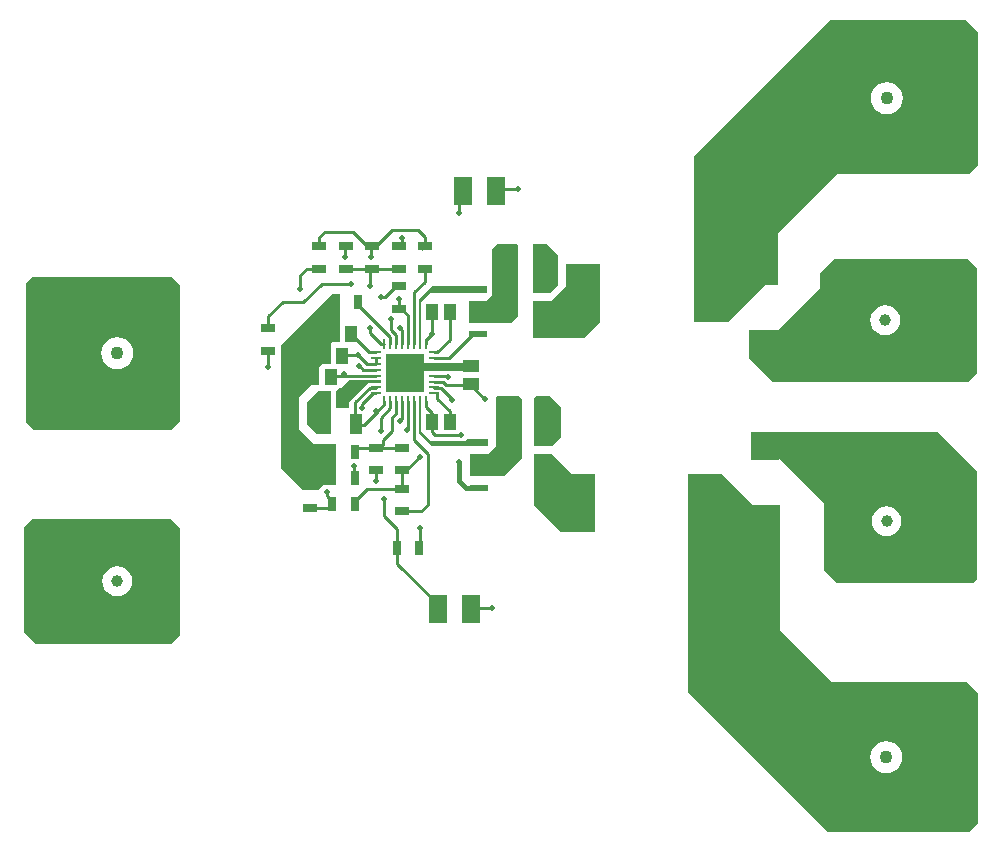
<source format=gtl>
G04*
G04 #@! TF.GenerationSoftware,Altium Limited,Altium Designer,19.0.15 (446)*
G04*
G04 Layer_Physical_Order=1*
G04 Layer_Color=255*
%FSLAX25Y25*%
%MOIN*%
G70*
G01*
G75*
%ADD13C,0.01000*%
%ADD14R,0.12992X0.12992*%
%ADD15R,0.01024X0.03386*%
%ADD16R,0.03386X0.01024*%
%ADD17R,0.05906X0.02362*%
%ADD18R,0.11221X0.19488*%
%ADD19R,0.09646X0.09252*%
%ADD20R,0.02756X0.05118*%
%ADD21R,0.05118X0.02756*%
%ADD22R,0.04331X0.05512*%
%ADD23R,0.04331X0.10236*%
%ADD24R,0.06299X0.09449*%
%ADD25R,0.05512X0.04331*%
%ADD26R,0.04331X0.06693*%
%ADD43C,0.02500*%
%ADD44C,0.02800*%
%ADD45C,0.01500*%
%ADD46C,0.07854*%
%ADD47C,0.03937*%
%ADD48C,0.04331*%
%ADD49C,0.01968*%
G36*
X200100Y207600D02*
Y197700D01*
X197500Y195100D01*
X191600D01*
Y211300D01*
X191800Y211500D01*
X196200D01*
X200100Y207600D01*
D02*
G37*
G36*
X176253Y195100D02*
X157400Y195100D01*
X154400Y192100D01*
X154400Y180780D01*
X154378D01*
Y176390D01*
X153465D01*
Y180780D01*
X153464D01*
Y193165D01*
X157800Y197500D01*
X176253Y197500D01*
Y195100D01*
D02*
G37*
G36*
X339900Y282000D02*
Y237800D01*
X336800Y234700D01*
X292900D01*
X273300Y215100D01*
Y197900D01*
X269200D01*
X256600Y185300D01*
X245300D01*
Y240600D01*
X290700Y286000D01*
X335900D01*
X339900Y282000D01*
D02*
G37*
G36*
X186500Y211150D02*
X186500Y187100D01*
X184400Y185000D01*
X170350D01*
Y192500D01*
X176253D01*
X178100Y194347D01*
Y209718D01*
X179900Y211518D01*
X186132D01*
X186500Y211150D01*
D02*
G37*
G36*
X214000Y185300D02*
X208800Y180100D01*
X191600D01*
Y192500D01*
X197500D01*
X202900Y197900D01*
Y204700D01*
X214000D01*
Y185300D01*
D02*
G37*
G36*
X339500Y203300D02*
Y168300D01*
X336700Y165500D01*
X271700D01*
X263700Y173500D01*
Y182700D01*
X273300D01*
X287300Y196700D01*
Y201800D01*
X291800Y206300D01*
X336500D01*
X339500Y203300D01*
D02*
G37*
G36*
X141100Y165454D02*
X140746Y165100D01*
X136600Y165100D01*
X130300Y158800D01*
Y156900D01*
X126054D01*
X125900Y157336D01*
Y162400D01*
X126900Y163400D01*
X127600D01*
X130200Y166000D01*
X141100D01*
Y165454D01*
D02*
G37*
G36*
X74000Y197700D02*
Y152272D01*
X71000Y149272D01*
X25328D01*
X22700Y151900D01*
Y198400D01*
X24800Y200500D01*
X71200D01*
X74000Y197700D01*
D02*
G37*
G36*
X124300Y148500D02*
X124000Y148200D01*
X119500D01*
X116300Y151400D01*
X116300Y158800D01*
X119900Y162400D01*
X124300D01*
Y148500D01*
D02*
G37*
G36*
X154378Y160595D02*
Y156220D01*
Y148813D01*
X154929Y148261D01*
Y148244D01*
X154946D01*
X157590Y145600D01*
X168900D01*
X169700Y146400D01*
X176623D01*
X176623Y144354D01*
X176269Y144000D01*
X157800Y144000D01*
X153464Y148335D01*
X153465Y156220D01*
X153465D01*
Y160248D01*
X153820Y160600D01*
X154378Y160595D01*
D02*
G37*
G36*
X201000Y157037D02*
Y147100D01*
X197900Y144000D01*
X192000D01*
Y159937D01*
X192900Y160837D01*
X197200D01*
X201000Y157037D01*
D02*
G37*
G36*
X188000Y159673D02*
Y140000D01*
X182000Y134000D01*
X170800D01*
X170700Y134100D01*
Y141400D01*
X176600Y141400D01*
X179400Y144200D01*
X179400Y160404D01*
X179843Y160846D01*
X186827D01*
X188000Y159673D01*
D02*
G37*
G36*
X127250Y178802D02*
X124600D01*
X124300Y178502D01*
Y171400D01*
X121376D01*
X120400Y170424D01*
Y164500D01*
X117500D01*
X113500Y160500D01*
Y149700D01*
X118600Y144600D01*
X125978D01*
X126000Y144546D01*
Y131000D01*
X121500D01*
X119900Y129400D01*
X114900D01*
X107700Y136600D01*
Y177900D01*
X124500Y194700D01*
X127250D01*
Y178802D01*
D02*
G37*
G36*
X204500Y134900D02*
X212100D01*
Y115400D01*
X200900D01*
X192000Y124300D01*
X192000Y141500D01*
X197900Y141500D01*
X204500Y134900D01*
D02*
G37*
G36*
X339500Y135700D02*
Y99700D01*
X338200Y98400D01*
X293000D01*
X288500Y102900D01*
Y124900D01*
X273800Y139600D01*
X264200D01*
Y148800D01*
X326400D01*
X339500Y135700D01*
D02*
G37*
G36*
X73900Y116900D02*
Y81000D01*
X70900Y78000D01*
X26000D01*
X21900Y82100D01*
Y117000D01*
X24800Y119900D01*
X70900D01*
X73900Y116900D01*
D02*
G37*
G36*
X254600Y134800D02*
X265000Y124400D01*
X273800D01*
Y115600D01*
X273800Y115600D01*
X273800Y82700D01*
X291100Y65400D01*
X336100D01*
X339800Y61700D01*
Y18400D01*
X336900Y15500D01*
X290100D01*
X243400Y62200D01*
Y134341D01*
X243859Y134800D01*
X254600Y134800D01*
D02*
G37*
%LPC*%
G36*
X309500Y265377D02*
X308108Y265194D01*
X306812Y264656D01*
X305698Y263802D01*
X304844Y262688D01*
X304307Y261392D01*
X304123Y260000D01*
X304307Y258608D01*
X304844Y257312D01*
X305698Y256198D01*
X306812Y255344D01*
X308108Y254806D01*
X309500Y254623D01*
X310892Y254806D01*
X312188Y255344D01*
X313302Y256198D01*
X314156Y257312D01*
X314693Y258608D01*
X314877Y260000D01*
X314693Y261392D01*
X314156Y262688D01*
X313302Y263802D01*
X312188Y264656D01*
X310892Y265194D01*
X309500Y265377D01*
D02*
G37*
G36*
X309000Y190980D02*
X307711Y190810D01*
X306510Y190313D01*
X305479Y189521D01*
X304688Y188490D01*
X304190Y187289D01*
X304020Y186000D01*
X304190Y184711D01*
X304688Y183510D01*
X305479Y182479D01*
X306510Y181687D01*
X307711Y181190D01*
X309000Y181020D01*
X310289Y181190D01*
X311490Y181687D01*
X312521Y182479D01*
X313313Y183510D01*
X313810Y184711D01*
X313980Y186000D01*
X313810Y187289D01*
X313313Y188490D01*
X312521Y189521D01*
X311490Y190313D01*
X310289Y190810D01*
X309000Y190980D01*
D02*
G37*
G36*
X53039Y180377D02*
X51648Y180193D01*
X50351Y179656D01*
X49237Y178802D01*
X48383Y177688D01*
X47846Y176392D01*
X47663Y175000D01*
X47846Y173608D01*
X48383Y172312D01*
X49237Y171198D01*
X50351Y170344D01*
X51648Y169807D01*
X53039Y169623D01*
X54431Y169807D01*
X55728Y170344D01*
X56841Y171198D01*
X57696Y172312D01*
X58233Y173608D01*
X58416Y175000D01*
X58233Y176392D01*
X57696Y177688D01*
X56841Y178802D01*
X55728Y179656D01*
X54431Y180193D01*
X53039Y180377D01*
D02*
G37*
G36*
X309461Y123980D02*
X308172Y123810D01*
X306971Y123312D01*
X305940Y122521D01*
X305148Y121490D01*
X304651Y120289D01*
X304481Y119000D01*
X304651Y117711D01*
X305148Y116510D01*
X305940Y115479D01*
X306971Y114688D01*
X308172Y114190D01*
X309461Y114020D01*
X310749Y114190D01*
X311950Y114688D01*
X312982Y115479D01*
X313773Y116510D01*
X314271Y117711D01*
X314440Y119000D01*
X314271Y120289D01*
X313773Y121490D01*
X312982Y122521D01*
X311950Y123312D01*
X310749Y123810D01*
X309461Y123980D01*
D02*
G37*
G36*
X53039Y103980D02*
X51750Y103810D01*
X50550Y103313D01*
X49518Y102521D01*
X48727Y101490D01*
X48229Y100289D01*
X48060Y99000D01*
X48229Y97711D01*
X48727Y96510D01*
X49518Y95479D01*
X50550Y94687D01*
X51750Y94190D01*
X53039Y94020D01*
X54328Y94190D01*
X55529Y94687D01*
X56560Y95479D01*
X57352Y96510D01*
X57849Y97711D01*
X58019Y99000D01*
X57849Y100289D01*
X57352Y101490D01*
X56560Y102521D01*
X55529Y103313D01*
X54328Y103810D01*
X53039Y103980D01*
D02*
G37*
G36*
X309361Y45677D02*
X307969Y45494D01*
X306672Y44956D01*
X305559Y44102D01*
X304704Y42988D01*
X304167Y41692D01*
X303984Y40300D01*
X304167Y38908D01*
X304704Y37612D01*
X305559Y36498D01*
X306672Y35644D01*
X307969Y35107D01*
X309361Y34923D01*
X310752Y35107D01*
X312049Y35644D01*
X313162Y36498D01*
X314017Y37612D01*
X314554Y38908D01*
X314737Y40300D01*
X314554Y41692D01*
X314017Y42988D01*
X313162Y44102D01*
X312049Y44956D01*
X310752Y45494D01*
X309361Y45677D01*
D02*
G37*
%LPD*%
D13*
X163138Y167200D02*
X163400D01*
X163617Y173421D02*
X171528Y181333D01*
X158587Y173421D02*
X163617D01*
X171528Y181333D02*
X173300D01*
X162822Y167516D02*
X163138Y167200D01*
X158587Y167516D02*
X162822D01*
X162520Y164549D02*
X170700D01*
X161533Y165535D02*
X162520Y164549D01*
X158598Y165535D02*
X161533D01*
X160814Y163567D02*
X164766Y159616D01*
X158598Y163567D02*
X160814D01*
X154600Y209740D02*
Y210640D01*
X144484Y215984D02*
X153116D01*
X139000Y210500D02*
X144484Y215984D01*
X138040Y210500D02*
X139000D01*
X136429Y210640D02*
X137900D01*
X131569Y215500D02*
X136429Y210640D01*
X122248Y215500D02*
X131569D01*
X155500Y210640D02*
Y213600D01*
X153116Y215984D02*
X155500Y213600D01*
X137900Y210640D02*
X138040Y210500D01*
X120400Y213652D02*
X122248Y215500D01*
X120400Y210640D02*
Y213652D01*
X131000Y181390D02*
X137000Y175390D01*
X131000Y181390D02*
Y181500D01*
X137000Y175390D02*
X139413D01*
X146300Y110000D02*
Y116300D01*
X135287Y151200D02*
X139643Y155557D01*
X142110Y158024D01*
X142000Y120600D02*
X146300Y116300D01*
X136139Y129840D02*
X148400D01*
X132180Y125881D02*
X136139Y129840D01*
X158095Y152000D02*
Y155006D01*
X155890Y157210D02*
X158095Y155006D01*
X155890Y157210D02*
Y158913D01*
X159100Y147700D02*
X167500D01*
X158095Y148705D02*
X159100Y147700D01*
X158095Y148705D02*
Y152000D01*
X164000D02*
Y155650D01*
X159780Y159871D02*
X164000Y155650D01*
X159780Y159871D02*
Y161598D01*
X170700Y164549D02*
X175449Y159800D01*
X155890Y179268D02*
X157947Y181325D01*
X155890Y178087D02*
Y179268D01*
X140913Y178087D02*
X142110D01*
X137200Y181800D02*
X140913Y178087D01*
X137200Y181800D02*
Y183268D01*
X132216Y152584D02*
X133600Y151200D01*
X135287D01*
X142110Y158024D02*
Y158913D01*
X139379Y132400D02*
Y135939D01*
X139400Y135960D01*
X158587Y163579D02*
X158598Y163567D01*
X159768Y175390D02*
X163853Y179475D01*
X158587Y175390D02*
X159768D01*
X164766Y159470D02*
Y159616D01*
X132080Y133560D02*
X132110Y133590D01*
X140900Y153513D02*
X144079Y156692D01*
X140900Y149200D02*
Y153513D01*
X147300Y152300D02*
Y152562D01*
X144505Y153505D02*
X146035Y155035D01*
Y158902D01*
X144079Y156692D02*
Y158913D01*
X149984Y150046D02*
Y158913D01*
X151984Y146029D02*
Y158882D01*
X147300Y152562D02*
X148016Y153278D01*
X149500Y149562D02*
X149984Y150046D01*
X149500Y149300D02*
Y149562D01*
X151984Y146029D02*
X156500Y141513D01*
X144505Y149105D02*
Y153505D01*
X141459Y146059D02*
X144505Y149105D01*
X146035Y158902D02*
X146047Y158913D01*
X141459Y144318D02*
Y146059D01*
X140581Y143440D02*
X141459Y144318D01*
X148016Y153278D02*
Y158913D01*
X134700Y156900D02*
Y158078D01*
X132216Y158597D02*
X137186Y163567D01*
X132216Y152584D02*
Y158597D01*
X137186Y163567D02*
X139402D01*
X134700Y158078D02*
X138232Y161610D01*
X133340Y191041D02*
X144067Y180315D01*
X133340Y191041D02*
Y192100D01*
X147400Y183300D02*
X148028Y182672D01*
Y178098D02*
Y182672D01*
X149984Y178087D02*
Y187598D01*
X147722Y189860D02*
X149984Y187598D01*
X146047Y178087D02*
Y181140D01*
X144400Y182787D02*
X146047Y181140D01*
X144400Y182787D02*
Y186400D01*
X144067Y178098D02*
Y180315D01*
X151953Y178087D02*
X152009Y178143D01*
Y195409D01*
X155500Y198900D01*
X144067Y178098D02*
X144079Y178087D01*
X156500Y124500D02*
Y141513D01*
X153821Y140500D02*
X154000D01*
X151953Y158913D02*
X151984Y158882D01*
X142000Y120600D02*
Y126500D01*
X132180Y124700D02*
Y125881D01*
X154360Y122360D02*
X156500Y124500D01*
X149281Y135960D02*
X153821Y140500D01*
X148100Y135960D02*
X149281D01*
X159768Y161610D02*
X159780Y161598D01*
X146300Y104854D02*
X159880Y91275D01*
Y89700D02*
Y91275D01*
X146300Y104854D02*
Y110000D01*
X128053Y174100D02*
X128353Y174400D01*
X133267D01*
X133413D02*
X136349Y171465D01*
X133267Y174400D02*
X133413D01*
X136349Y171465D02*
X139402D01*
X139413Y171453D01*
X132140Y133500D02*
X133018Y134378D01*
X132080Y137500D02*
X132110Y137470D01*
Y133590D02*
Y137470D01*
X132080Y133560D02*
X132140Y133500D01*
X167079Y227900D02*
X168180Y229000D01*
X167079Y221600D02*
Y227900D01*
X146800Y189860D02*
X146900Y189960D01*
Y193200D01*
X155500Y198900D02*
Y203160D01*
X146800Y189860D02*
X147722D01*
X114100Y196400D02*
Y201000D01*
X116160Y203060D01*
X115029Y192016D02*
X121243Y198230D01*
X131000D01*
X108116Y192016D02*
X115029D01*
X103400Y187300D02*
X108116Y192016D01*
X103400Y183240D02*
Y187300D01*
X116160Y203060D02*
X120300D01*
X120400Y203160D01*
X137300Y197500D02*
Y202160D01*
X140800Y193600D02*
X142260D01*
X146400Y197740D01*
X146800Y197340D01*
X139402Y163567D02*
X139413Y163579D01*
X148016Y178087D02*
X148028Y178098D01*
X153848Y116618D02*
X153915Y116685D01*
X153848Y110067D02*
Y116618D01*
X153780Y110000D02*
X153848Y110067D01*
X133018Y143440D02*
X139400D01*
X132140Y142562D02*
X133018Y143440D01*
X132140Y142100D02*
Y142562D01*
X124700Y124138D02*
Y124700D01*
X123822Y123260D02*
X124700Y124138D01*
X117400Y123260D02*
X123822D01*
X122900Y128900D02*
X123085Y128715D01*
Y127496D02*
Y128715D01*
Y127496D02*
X124700Y125881D01*
Y124700D02*
Y125881D01*
X148400Y122360D02*
X154360D01*
X148100Y130140D02*
Y135960D01*
X140581Y143440D02*
X148100D01*
X139400D02*
X140581D01*
X158587Y165547D02*
X158598Y165535D01*
X170700Y164549D02*
X170999Y164847D01*
X103300Y175660D02*
X103400Y175760D01*
X103300Y170516D02*
Y175660D01*
X137900Y203160D02*
X146900D01*
X146900Y210640D02*
X146900Y210640D01*
X146922Y210640D02*
X147800Y211518D01*
X146900Y210640D02*
X146922D01*
X147800Y211518D02*
Y213500D01*
X137700Y207100D02*
Y210440D01*
X129000Y210480D02*
X129160Y210640D01*
Y203160D02*
X137900D01*
X146900D02*
X146900Y203160D01*
X129000Y207000D02*
Y210480D01*
X136919Y210440D02*
X137700D01*
X120400Y210640D02*
X121581D01*
X122095Y159600D02*
X122195Y159700D01*
X128100D02*
X128700Y160300D01*
X138232Y161610D02*
X139413D01*
X129062Y167516D02*
X139413D01*
X128600Y167978D02*
X129062Y167516D01*
X124516D02*
X128540D01*
X172889Y180921D02*
X173300Y181333D01*
X179400Y229000D02*
X180300Y229900D01*
X186590D01*
X166879Y230300D02*
X168180Y229000D01*
X171100Y89700D02*
X171500Y90100D01*
X178079D01*
X139400Y135960D02*
X139520Y136080D01*
X124200Y167200D02*
X124516Y167516D01*
X163853Y179475D02*
Y188700D01*
X157947Y181325D02*
Y188700D01*
X133962Y170600D02*
X135078Y169484D01*
X133700Y170600D02*
X133962D01*
X135078Y169484D02*
X139413D01*
Y171453D02*
Y173421D01*
D14*
X149000Y168500D02*
D03*
D15*
X142110Y178087D02*
D03*
X144079D02*
D03*
X146047D02*
D03*
X148016D02*
D03*
X149984D02*
D03*
X151953D02*
D03*
X153921D02*
D03*
X155890D02*
D03*
Y158913D02*
D03*
X153921D02*
D03*
X151953D02*
D03*
X149984D02*
D03*
X148016D02*
D03*
X146047D02*
D03*
X144079D02*
D03*
X142110D02*
D03*
D16*
X158587Y175390D02*
D03*
Y173421D02*
D03*
Y171453D02*
D03*
Y169484D02*
D03*
Y167516D02*
D03*
Y165547D02*
D03*
Y163579D02*
D03*
Y161610D02*
D03*
X139413D02*
D03*
Y163579D02*
D03*
Y165547D02*
D03*
Y167516D02*
D03*
Y169484D02*
D03*
Y171453D02*
D03*
Y173421D02*
D03*
Y175390D02*
D03*
D17*
X194930Y145200D02*
D03*
Y140200D02*
D03*
Y135200D02*
D03*
Y130200D02*
D03*
X173670D02*
D03*
Y135200D02*
D03*
Y140200D02*
D03*
Y145200D02*
D03*
X194560Y196333D02*
D03*
Y191333D02*
D03*
Y186333D02*
D03*
Y181333D02*
D03*
X173300D02*
D03*
Y186333D02*
D03*
Y191333D02*
D03*
Y196333D02*
D03*
D18*
X249020Y125000D02*
D03*
X206500D02*
D03*
X208440Y195000D02*
D03*
X250960D02*
D03*
D19*
X269000Y144205D02*
D03*
Y119795D02*
D03*
X268500Y178091D02*
D03*
Y202500D02*
D03*
D20*
X124660Y133500D02*
D03*
X132140D02*
D03*
X133340Y192100D02*
D03*
X125860D02*
D03*
X146300Y110000D02*
D03*
X153780D02*
D03*
X132140Y142100D02*
D03*
X124660D02*
D03*
X124700Y124700D02*
D03*
X132180D02*
D03*
D21*
X148100Y129840D02*
D03*
Y122360D02*
D03*
X120400Y210640D02*
D03*
Y203160D02*
D03*
X146800Y189860D02*
D03*
Y197340D02*
D03*
X139400Y135960D02*
D03*
Y143440D02*
D03*
X148100Y135960D02*
D03*
Y143440D02*
D03*
X129160Y203160D02*
D03*
Y210640D02*
D03*
X137900Y203160D02*
D03*
Y210640D02*
D03*
X146900Y210640D02*
D03*
Y203160D02*
D03*
X155500Y210640D02*
D03*
Y203160D02*
D03*
X117400Y123260D02*
D03*
Y130740D02*
D03*
X103400Y175760D02*
D03*
Y183240D02*
D03*
D22*
X128100Y159700D02*
D03*
X122195D02*
D03*
X122147Y174100D02*
D03*
X128053D02*
D03*
X118295Y167200D02*
D03*
X124200D02*
D03*
X131000Y181500D02*
D03*
X125094D02*
D03*
X163853Y188700D02*
D03*
X157947D02*
D03*
X158095Y152000D02*
D03*
X164000D02*
D03*
D23*
X183385Y206400D02*
D03*
X194015D02*
D03*
X184400Y155700D02*
D03*
X195030D02*
D03*
D24*
X171100Y89700D02*
D03*
X159880D02*
D03*
X179400Y229000D02*
D03*
X168180D02*
D03*
D25*
X170999Y170753D02*
D03*
Y164847D02*
D03*
D26*
X121823Y151500D02*
D03*
X132453D02*
D03*
D43*
X151000Y170500D02*
X169500D01*
D44*
X149000Y168500D02*
X151000Y170500D01*
D45*
X169200Y130200D02*
X173670D01*
X167000Y132400D02*
X169200Y130200D01*
X167000Y132400D02*
Y138900D01*
D46*
X294039Y201000D02*
D03*
Y171000D02*
D03*
X334039D02*
D03*
Y201000D02*
D03*
X294500Y134000D02*
D03*
Y104000D02*
D03*
X334500D02*
D03*
Y134000D02*
D03*
X294539Y280000D02*
D03*
Y240000D02*
D03*
X334539D02*
D03*
Y280000D02*
D03*
X294400Y60300D02*
D03*
Y20300D02*
D03*
X334400D02*
D03*
Y60300D02*
D03*
X68000Y84000D02*
D03*
Y114000D02*
D03*
X28000D02*
D03*
Y84000D02*
D03*
X68000Y155000D02*
D03*
Y195000D02*
D03*
X28000D02*
D03*
Y155000D02*
D03*
D47*
X309000Y186000D02*
D03*
X309461Y119000D02*
D03*
X53039Y99000D02*
D03*
D48*
X309500Y260000D02*
D03*
X309361Y40300D02*
D03*
X53039Y175000D02*
D03*
D49*
X163400Y167200D02*
D03*
X139300Y155900D02*
D03*
X139379Y132400D02*
D03*
X140900Y149200D02*
D03*
X147300Y152300D02*
D03*
X134700Y156900D02*
D03*
X280300Y169200D02*
D03*
X280700Y175500D02*
D03*
Y182200D02*
D03*
X271300Y169600D02*
D03*
X281900Y135700D02*
D03*
Y141700D02*
D03*
X276600Y143600D02*
D03*
X282100Y146200D02*
D03*
X185000Y145700D02*
D03*
X179800Y196100D02*
D03*
X184700Y196000D02*
D03*
X184500Y191400D02*
D03*
X137200Y183268D02*
D03*
X147400Y183300D02*
D03*
X144400Y186400D02*
D03*
X185000Y140900D02*
D03*
X181900Y143800D02*
D03*
X182200Y193700D02*
D03*
Y189000D02*
D03*
X154000Y140500D02*
D03*
X199100Y155900D02*
D03*
Y151200D02*
D03*
X198400Y202200D02*
D03*
Y206200D02*
D03*
X268400Y113200D02*
D03*
X266300Y210400D02*
D03*
X182200Y198800D02*
D03*
X179700Y201400D02*
D03*
X199900Y184300D02*
D03*
X200800Y133200D02*
D03*
X142000Y126500D02*
D03*
X149500Y149300D02*
D03*
X164766Y159470D02*
D03*
X132080Y137500D02*
D03*
X121400Y185900D02*
D03*
X167079Y221600D02*
D03*
X146900Y193200D02*
D03*
X114100Y196400D02*
D03*
X131000Y198230D02*
D03*
X129000Y207000D02*
D03*
X137300Y197500D02*
D03*
X140800Y193600D02*
D03*
X153915Y116685D02*
D03*
X122900Y128900D02*
D03*
X103300Y170516D02*
D03*
X147800Y213500D02*
D03*
X137700Y207100D02*
D03*
X181900Y148700D02*
D03*
X180900Y153500D02*
D03*
X130100Y164220D02*
D03*
X181900Y137700D02*
D03*
X179200Y140800D02*
D03*
X179700Y187000D02*
D03*
Y191400D02*
D03*
X113700Y170400D02*
D03*
X117000Y140900D02*
D03*
X111400Y141063D02*
D03*
X118295Y152600D02*
D03*
Y158591D02*
D03*
X128600Y167978D02*
D03*
X193400Y148500D02*
D03*
X196700D02*
D03*
X146400Y168200D02*
D03*
X151600D02*
D03*
X149000D02*
D03*
X150300Y165200D02*
D03*
X147700D02*
D03*
Y171200D02*
D03*
X167000Y138900D02*
D03*
X167500Y147700D02*
D03*
X196400Y199660D02*
D03*
X193100Y199700D02*
D03*
X186590Y229900D02*
D03*
X133267Y174400D02*
D03*
X175449Y159800D02*
D03*
X178079Y90100D02*
D03*
X157947Y181325D02*
D03*
X133700Y170600D02*
D03*
M02*

</source>
